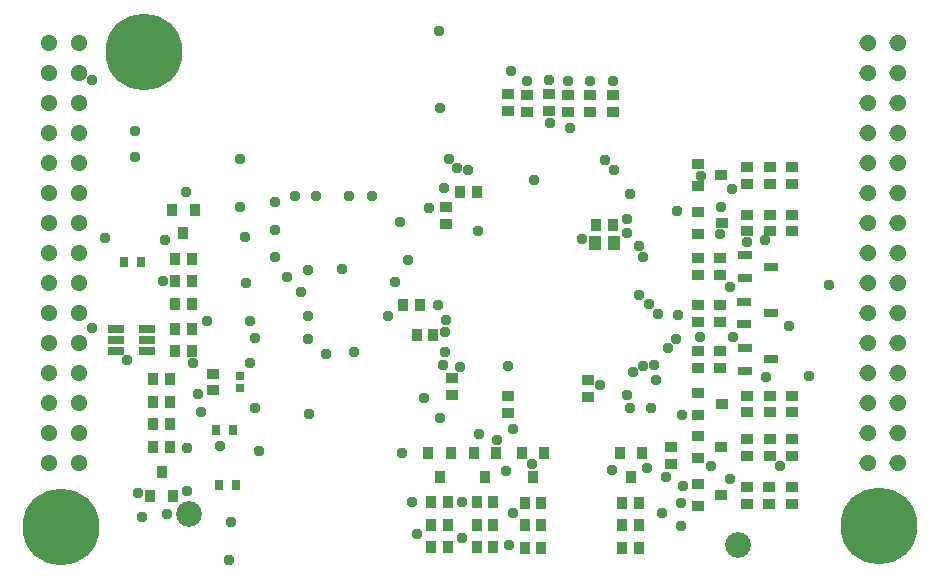
<source format=gbs>
G04*
G04 #@! TF.GenerationSoftware,Altium Limited,Altium Designer,22.10.1 (41)*
G04*
G04 Layer_Color=16711935*
%FSLAX23Y23*%
%MOIN*%
G70*
G04*
G04 #@! TF.SameCoordinates,FE0D4549-5355-498F-96F3-0299564D4BAC*
G04*
G04*
G04 #@! TF.FilePolarity,Negative*
G04*
G01*
G75*
%ADD40R,0.041X0.045*%
%ADD41R,0.041X0.037*%
%ADD42R,0.041X0.037*%
%ADD43R,0.037X0.041*%
%ADD44R,0.037X0.041*%
%ADD50C,0.256*%
%ADD51C,0.086*%
%ADD52C,0.037*%
%ADD60R,0.026X0.035*%
%ADD64R,0.041X0.034*%
%ADD65R,0.051X0.030*%
%ADD66R,0.026X0.030*%
%ADD67R,0.054X0.030*%
G36*
X743Y4874D02*
X750Y4871D01*
X756Y4867D01*
X760Y4861D01*
X763Y4854D01*
X764Y4847D01*
X763Y4840D01*
X760Y4833D01*
X756Y4827D01*
X750Y4823D01*
X743Y4820D01*
X736Y4819D01*
X729Y4820D01*
X722Y4823D01*
X716Y4827D01*
X712Y4833D01*
X709Y4840D01*
X708Y4847D01*
X709Y4854D01*
X712Y4861D01*
X716Y4867D01*
X722Y4871D01*
X729Y4874D01*
X736Y4875D01*
X743Y4874D01*
D02*
G37*
G36*
X643D02*
X650Y4871D01*
X656Y4867D01*
X660Y4861D01*
X663Y4854D01*
X664Y4847D01*
X663Y4840D01*
X660Y4833D01*
X656Y4827D01*
X650Y4823D01*
X643Y4820D01*
X636Y4819D01*
X629Y4820D01*
X622Y4823D01*
X616Y4827D01*
X612Y4833D01*
X609Y4840D01*
X608Y4847D01*
X609Y4854D01*
X612Y4861D01*
X616Y4867D01*
X622Y4871D01*
X629Y4874D01*
X636Y4875D01*
X643Y4874D01*
D02*
G37*
G36*
X743Y4774D02*
X750Y4771D01*
X756Y4767D01*
X760Y4761D01*
X763Y4754D01*
X764Y4747D01*
X763Y4740D01*
X760Y4733D01*
X756Y4727D01*
X750Y4723D01*
X743Y4720D01*
X736Y4719D01*
X729Y4720D01*
X722Y4723D01*
X716Y4727D01*
X712Y4733D01*
X709Y4740D01*
X708Y4747D01*
X709Y4754D01*
X712Y4761D01*
X716Y4767D01*
X722Y4771D01*
X729Y4774D01*
X736Y4775D01*
X743Y4774D01*
D02*
G37*
G36*
X643D02*
X650Y4771D01*
X656Y4767D01*
X660Y4761D01*
X663Y4754D01*
X664Y4747D01*
X663Y4740D01*
X660Y4733D01*
X656Y4727D01*
X650Y4723D01*
X643Y4720D01*
X636Y4719D01*
X629Y4720D01*
X622Y4723D01*
X616Y4727D01*
X612Y4733D01*
X609Y4740D01*
X608Y4747D01*
X609Y4754D01*
X612Y4761D01*
X616Y4767D01*
X622Y4771D01*
X629Y4774D01*
X636Y4775D01*
X643Y4774D01*
D02*
G37*
G36*
X743Y4674D02*
X750Y4671D01*
X756Y4667D01*
X760Y4661D01*
X763Y4654D01*
X764Y4647D01*
X763Y4640D01*
X760Y4633D01*
X756Y4627D01*
X750Y4623D01*
X743Y4620D01*
X736Y4619D01*
X729Y4620D01*
X722Y4623D01*
X716Y4627D01*
X712Y4633D01*
X709Y4640D01*
X708Y4647D01*
X709Y4654D01*
X712Y4661D01*
X716Y4667D01*
X722Y4671D01*
X729Y4674D01*
X736Y4675D01*
X743Y4674D01*
D02*
G37*
G36*
X643D02*
X650Y4671D01*
X656Y4667D01*
X660Y4661D01*
X663Y4654D01*
X664Y4647D01*
X663Y4640D01*
X660Y4633D01*
X656Y4627D01*
X650Y4623D01*
X643Y4620D01*
X636Y4619D01*
X629Y4620D01*
X622Y4623D01*
X616Y4627D01*
X612Y4633D01*
X609Y4640D01*
X608Y4647D01*
X609Y4654D01*
X612Y4661D01*
X616Y4667D01*
X622Y4671D01*
X629Y4674D01*
X636Y4675D01*
X643Y4674D01*
D02*
G37*
G36*
X743Y4574D02*
X750Y4571D01*
X756Y4567D01*
X760Y4561D01*
X763Y4554D01*
X764Y4547D01*
X763Y4540D01*
X760Y4533D01*
X756Y4527D01*
X750Y4523D01*
X743Y4520D01*
X736Y4519D01*
X729Y4520D01*
X722Y4523D01*
X716Y4527D01*
X712Y4533D01*
X709Y4540D01*
X708Y4547D01*
X709Y4554D01*
X712Y4561D01*
X716Y4567D01*
X722Y4571D01*
X729Y4574D01*
X736Y4575D01*
X743Y4574D01*
D02*
G37*
G36*
X643D02*
X650Y4571D01*
X656Y4567D01*
X660Y4561D01*
X663Y4554D01*
X664Y4547D01*
X663Y4540D01*
X660Y4533D01*
X656Y4527D01*
X650Y4523D01*
X643Y4520D01*
X636Y4519D01*
X629Y4520D01*
X622Y4523D01*
X616Y4527D01*
X612Y4533D01*
X609Y4540D01*
X608Y4547D01*
X609Y4554D01*
X612Y4561D01*
X616Y4567D01*
X622Y4571D01*
X629Y4574D01*
X636Y4575D01*
X643Y4574D01*
D02*
G37*
G36*
X743Y4474D02*
X750Y4471D01*
X756Y4467D01*
X760Y4461D01*
X763Y4454D01*
X764Y4447D01*
X763Y4440D01*
X760Y4433D01*
X756Y4427D01*
X750Y4423D01*
X743Y4420D01*
X736Y4419D01*
X729Y4420D01*
X722Y4423D01*
X716Y4427D01*
X712Y4433D01*
X709Y4440D01*
X708Y4447D01*
X709Y4454D01*
X712Y4461D01*
X716Y4467D01*
X722Y4471D01*
X729Y4474D01*
X736Y4475D01*
X743Y4474D01*
D02*
G37*
G36*
X643D02*
X650Y4471D01*
X656Y4467D01*
X660Y4461D01*
X663Y4454D01*
X664Y4447D01*
X663Y4440D01*
X660Y4433D01*
X656Y4427D01*
X650Y4423D01*
X643Y4420D01*
X636Y4419D01*
X629Y4420D01*
X622Y4423D01*
X616Y4427D01*
X612Y4433D01*
X609Y4440D01*
X608Y4447D01*
X609Y4454D01*
X612Y4461D01*
X616Y4467D01*
X622Y4471D01*
X629Y4474D01*
X636Y4475D01*
X643Y4474D01*
D02*
G37*
G36*
X743Y4374D02*
X750Y4371D01*
X756Y4367D01*
X760Y4361D01*
X763Y4354D01*
X764Y4347D01*
X763Y4340D01*
X760Y4333D01*
X756Y4327D01*
X750Y4323D01*
X743Y4320D01*
X736Y4319D01*
X729Y4320D01*
X722Y4323D01*
X716Y4327D01*
X712Y4333D01*
X709Y4340D01*
X708Y4347D01*
X709Y4354D01*
X712Y4361D01*
X716Y4367D01*
X722Y4371D01*
X729Y4374D01*
X736Y4375D01*
X743Y4374D01*
D02*
G37*
G36*
X643D02*
X650Y4371D01*
X656Y4367D01*
X660Y4361D01*
X663Y4354D01*
X664Y4347D01*
X663Y4340D01*
X660Y4333D01*
X656Y4327D01*
X650Y4323D01*
X643Y4320D01*
X636Y4319D01*
X629Y4320D01*
X622Y4323D01*
X616Y4327D01*
X612Y4333D01*
X609Y4340D01*
X608Y4347D01*
X609Y4354D01*
X612Y4361D01*
X616Y4367D01*
X622Y4371D01*
X629Y4374D01*
X636Y4375D01*
X643Y4374D01*
D02*
G37*
G36*
X743Y4274D02*
X750Y4271D01*
X756Y4267D01*
X760Y4261D01*
X763Y4254D01*
X764Y4247D01*
X763Y4240D01*
X760Y4233D01*
X756Y4227D01*
X750Y4223D01*
X743Y4220D01*
X736Y4219D01*
X729Y4220D01*
X722Y4223D01*
X716Y4227D01*
X712Y4233D01*
X709Y4240D01*
X708Y4247D01*
X709Y4254D01*
X712Y4261D01*
X716Y4267D01*
X722Y4271D01*
X729Y4274D01*
X736Y4275D01*
X743Y4274D01*
D02*
G37*
G36*
X643D02*
X650Y4271D01*
X656Y4267D01*
X660Y4261D01*
X663Y4254D01*
X664Y4247D01*
X663Y4240D01*
X660Y4233D01*
X656Y4227D01*
X650Y4223D01*
X643Y4220D01*
X636Y4219D01*
X629Y4220D01*
X622Y4223D01*
X616Y4227D01*
X612Y4233D01*
X609Y4240D01*
X608Y4247D01*
X609Y4254D01*
X612Y4261D01*
X616Y4267D01*
X622Y4271D01*
X629Y4274D01*
X636Y4275D01*
X643Y4274D01*
D02*
G37*
G36*
X743Y4174D02*
X750Y4171D01*
X756Y4167D01*
X760Y4161D01*
X763Y4154D01*
X764Y4147D01*
X763Y4140D01*
X760Y4133D01*
X756Y4127D01*
X750Y4123D01*
X743Y4120D01*
X736Y4119D01*
X729Y4120D01*
X722Y4123D01*
X716Y4127D01*
X712Y4133D01*
X709Y4140D01*
X708Y4147D01*
X709Y4154D01*
X712Y4161D01*
X716Y4167D01*
X722Y4171D01*
X729Y4174D01*
X736Y4175D01*
X743Y4174D01*
D02*
G37*
G36*
X643D02*
X650Y4171D01*
X656Y4167D01*
X660Y4161D01*
X663Y4154D01*
X664Y4147D01*
X663Y4140D01*
X660Y4133D01*
X656Y4127D01*
X650Y4123D01*
X643Y4120D01*
X636Y4119D01*
X629Y4120D01*
X622Y4123D01*
X616Y4127D01*
X612Y4133D01*
X609Y4140D01*
X608Y4147D01*
X609Y4154D01*
X612Y4161D01*
X616Y4167D01*
X622Y4171D01*
X629Y4174D01*
X636Y4175D01*
X643Y4174D01*
D02*
G37*
G36*
X743Y4074D02*
X750Y4071D01*
X756Y4067D01*
X760Y4061D01*
X763Y4054D01*
X764Y4047D01*
X763Y4040D01*
X760Y4033D01*
X756Y4027D01*
X750Y4023D01*
X743Y4020D01*
X736Y4019D01*
X729Y4020D01*
X722Y4023D01*
X716Y4027D01*
X712Y4033D01*
X709Y4040D01*
X708Y4047D01*
X709Y4054D01*
X712Y4061D01*
X716Y4067D01*
X722Y4071D01*
X729Y4074D01*
X736Y4075D01*
X743Y4074D01*
D02*
G37*
G36*
X643D02*
X650Y4071D01*
X656Y4067D01*
X660Y4061D01*
X663Y4054D01*
X664Y4047D01*
X663Y4040D01*
X660Y4033D01*
X656Y4027D01*
X650Y4023D01*
X643Y4020D01*
X636Y4019D01*
X629Y4020D01*
X622Y4023D01*
X616Y4027D01*
X612Y4033D01*
X609Y4040D01*
X608Y4047D01*
X609Y4054D01*
X612Y4061D01*
X616Y4067D01*
X622Y4071D01*
X629Y4074D01*
X636Y4075D01*
X643Y4074D01*
D02*
G37*
G36*
X743Y3974D02*
X750Y3971D01*
X756Y3967D01*
X760Y3961D01*
X763Y3954D01*
X764Y3947D01*
X763Y3940D01*
X760Y3933D01*
X756Y3927D01*
X750Y3923D01*
X743Y3920D01*
X736Y3919D01*
X729Y3920D01*
X722Y3923D01*
X716Y3927D01*
X712Y3933D01*
X709Y3940D01*
X708Y3947D01*
X709Y3954D01*
X712Y3961D01*
X716Y3967D01*
X722Y3971D01*
X729Y3974D01*
X736Y3975D01*
X743Y3974D01*
D02*
G37*
G36*
X643D02*
X650Y3971D01*
X656Y3967D01*
X660Y3961D01*
X663Y3954D01*
X664Y3947D01*
X663Y3940D01*
X660Y3933D01*
X656Y3927D01*
X650Y3923D01*
X643Y3920D01*
X636Y3919D01*
X629Y3920D01*
X622Y3923D01*
X616Y3927D01*
X612Y3933D01*
X609Y3940D01*
X608Y3947D01*
X609Y3954D01*
X612Y3961D01*
X616Y3967D01*
X622Y3971D01*
X629Y3974D01*
X636Y3975D01*
X643Y3974D01*
D02*
G37*
G36*
X743Y3874D02*
X750Y3871D01*
X756Y3867D01*
X760Y3861D01*
X763Y3854D01*
X764Y3847D01*
X763Y3840D01*
X760Y3833D01*
X756Y3827D01*
X750Y3823D01*
X743Y3820D01*
X736Y3819D01*
X729Y3820D01*
X722Y3823D01*
X716Y3827D01*
X712Y3833D01*
X709Y3840D01*
X708Y3847D01*
X709Y3854D01*
X712Y3861D01*
X716Y3867D01*
X722Y3871D01*
X729Y3874D01*
X736Y3875D01*
X743Y3874D01*
D02*
G37*
G36*
X643D02*
X650Y3871D01*
X656Y3867D01*
X660Y3861D01*
X663Y3854D01*
X664Y3847D01*
X663Y3840D01*
X660Y3833D01*
X656Y3827D01*
X650Y3823D01*
X643Y3820D01*
X636Y3819D01*
X629Y3820D01*
X622Y3823D01*
X616Y3827D01*
X612Y3833D01*
X609Y3840D01*
X608Y3847D01*
X609Y3854D01*
X612Y3861D01*
X616Y3867D01*
X622Y3871D01*
X629Y3874D01*
X636Y3875D01*
X643Y3874D01*
D02*
G37*
G36*
X743Y3774D02*
X750Y3771D01*
X756Y3767D01*
X760Y3761D01*
X763Y3754D01*
X764Y3747D01*
X763Y3740D01*
X760Y3733D01*
X756Y3727D01*
X750Y3723D01*
X743Y3720D01*
X736Y3719D01*
X729Y3720D01*
X722Y3723D01*
X716Y3727D01*
X712Y3733D01*
X709Y3740D01*
X708Y3747D01*
X709Y3754D01*
X712Y3761D01*
X716Y3767D01*
X722Y3771D01*
X729Y3774D01*
X736Y3775D01*
X743Y3774D01*
D02*
G37*
G36*
X643D02*
X650Y3771D01*
X656Y3767D01*
X660Y3761D01*
X663Y3754D01*
X664Y3747D01*
X663Y3740D01*
X660Y3733D01*
X656Y3727D01*
X650Y3723D01*
X643Y3720D01*
X636Y3719D01*
X629Y3720D01*
X622Y3723D01*
X616Y3727D01*
X612Y3733D01*
X609Y3740D01*
X608Y3747D01*
X609Y3754D01*
X612Y3761D01*
X616Y3767D01*
X622Y3771D01*
X629Y3774D01*
X636Y3775D01*
X643Y3774D01*
D02*
G37*
G36*
X743Y3674D02*
X750Y3671D01*
X756Y3667D01*
X760Y3661D01*
X763Y3654D01*
X764Y3647D01*
X763Y3640D01*
X760Y3633D01*
X756Y3627D01*
X750Y3623D01*
X743Y3620D01*
X736Y3619D01*
X729Y3620D01*
X722Y3623D01*
X716Y3627D01*
X712Y3633D01*
X709Y3640D01*
X708Y3647D01*
X709Y3654D01*
X712Y3661D01*
X716Y3667D01*
X722Y3671D01*
X729Y3674D01*
X736Y3675D01*
X743Y3674D01*
D02*
G37*
G36*
X643D02*
X650Y3671D01*
X656Y3667D01*
X660Y3661D01*
X663Y3654D01*
X664Y3647D01*
X663Y3640D01*
X660Y3633D01*
X656Y3627D01*
X650Y3623D01*
X643Y3620D01*
X636Y3619D01*
X629Y3620D01*
X622Y3623D01*
X616Y3627D01*
X612Y3633D01*
X609Y3640D01*
X608Y3647D01*
X609Y3654D01*
X612Y3661D01*
X616Y3667D01*
X622Y3671D01*
X629Y3674D01*
X636Y3675D01*
X643Y3674D01*
D02*
G37*
G36*
X743Y3574D02*
X750Y3571D01*
X756Y3567D01*
X760Y3561D01*
X763Y3554D01*
X764Y3547D01*
X763Y3540D01*
X760Y3533D01*
X756Y3527D01*
X750Y3523D01*
X743Y3520D01*
X736Y3519D01*
X729Y3520D01*
X722Y3523D01*
X716Y3527D01*
X712Y3533D01*
X709Y3540D01*
X708Y3547D01*
X709Y3554D01*
X712Y3561D01*
X716Y3567D01*
X722Y3571D01*
X729Y3574D01*
X736Y3575D01*
X743Y3574D01*
D02*
G37*
G36*
X643D02*
X650Y3571D01*
X656Y3567D01*
X660Y3561D01*
X663Y3554D01*
X664Y3547D01*
X663Y3540D01*
X660Y3533D01*
X656Y3527D01*
X650Y3523D01*
X643Y3520D01*
X636Y3519D01*
X629Y3520D01*
X622Y3523D01*
X616Y3527D01*
X612Y3533D01*
X609Y3540D01*
X608Y3547D01*
X609Y3554D01*
X612Y3561D01*
X616Y3567D01*
X622Y3571D01*
X629Y3574D01*
X636Y3575D01*
X643Y3574D01*
D02*
G37*
G36*
X743Y3474D02*
X750Y3471D01*
X756Y3467D01*
X760Y3461D01*
X763Y3454D01*
X764Y3447D01*
X763Y3440D01*
X760Y3433D01*
X756Y3427D01*
X750Y3423D01*
X743Y3420D01*
X736Y3419D01*
X729Y3420D01*
X722Y3423D01*
X716Y3427D01*
X712Y3433D01*
X709Y3440D01*
X708Y3447D01*
X709Y3454D01*
X712Y3461D01*
X716Y3467D01*
X722Y3471D01*
X729Y3474D01*
X736Y3475D01*
X743Y3474D01*
D02*
G37*
G36*
X643D02*
X650Y3471D01*
X656Y3467D01*
X660Y3461D01*
X663Y3454D01*
X664Y3447D01*
X663Y3440D01*
X660Y3433D01*
X656Y3427D01*
X650Y3423D01*
X643Y3420D01*
X636Y3419D01*
X629Y3420D01*
X622Y3423D01*
X616Y3427D01*
X612Y3433D01*
X609Y3440D01*
X608Y3447D01*
X609Y3454D01*
X612Y3461D01*
X616Y3467D01*
X622Y3471D01*
X629Y3474D01*
X636Y3475D01*
X643Y3474D01*
D02*
G37*
G36*
X3472Y4874D02*
X3479Y4871D01*
X3485Y4867D01*
X3489Y4861D01*
X3492Y4854D01*
X3493Y4847D01*
X3492Y4840D01*
X3489Y4833D01*
X3485Y4827D01*
X3479Y4823D01*
X3472Y4820D01*
X3465Y4819D01*
X3458Y4820D01*
X3451Y4823D01*
X3445Y4827D01*
X3441Y4833D01*
X3438Y4840D01*
X3437Y4847D01*
X3438Y4854D01*
X3441Y4861D01*
X3445Y4867D01*
X3451Y4871D01*
X3458Y4874D01*
X3465Y4875D01*
X3472Y4874D01*
D02*
G37*
G36*
X3372D02*
X3379Y4871D01*
X3385Y4867D01*
X3389Y4861D01*
X3392Y4854D01*
X3393Y4847D01*
X3392Y4840D01*
X3389Y4833D01*
X3385Y4827D01*
X3379Y4823D01*
X3372Y4820D01*
X3365Y4819D01*
X3358Y4820D01*
X3351Y4823D01*
X3345Y4827D01*
X3341Y4833D01*
X3338Y4840D01*
X3337Y4847D01*
X3338Y4854D01*
X3341Y4861D01*
X3345Y4867D01*
X3351Y4871D01*
X3358Y4874D01*
X3365Y4875D01*
X3372Y4874D01*
D02*
G37*
G36*
X3472Y4774D02*
X3479Y4771D01*
X3485Y4767D01*
X3489Y4761D01*
X3492Y4754D01*
X3493Y4747D01*
X3492Y4740D01*
X3489Y4733D01*
X3485Y4727D01*
X3479Y4723D01*
X3472Y4720D01*
X3465Y4719D01*
X3458Y4720D01*
X3451Y4723D01*
X3445Y4727D01*
X3441Y4733D01*
X3438Y4740D01*
X3437Y4747D01*
X3438Y4754D01*
X3441Y4761D01*
X3445Y4767D01*
X3451Y4771D01*
X3458Y4774D01*
X3465Y4775D01*
X3472Y4774D01*
D02*
G37*
G36*
X3372D02*
X3379Y4771D01*
X3385Y4767D01*
X3389Y4761D01*
X3392Y4754D01*
X3393Y4747D01*
X3392Y4740D01*
X3389Y4733D01*
X3385Y4727D01*
X3379Y4723D01*
X3372Y4720D01*
X3365Y4719D01*
X3358Y4720D01*
X3351Y4723D01*
X3345Y4727D01*
X3341Y4733D01*
X3338Y4740D01*
X3337Y4747D01*
X3338Y4754D01*
X3341Y4761D01*
X3345Y4767D01*
X3351Y4771D01*
X3358Y4774D01*
X3365Y4775D01*
X3372Y4774D01*
D02*
G37*
G36*
X3472Y4674D02*
X3479Y4671D01*
X3485Y4667D01*
X3489Y4661D01*
X3492Y4654D01*
X3493Y4647D01*
X3492Y4640D01*
X3489Y4633D01*
X3485Y4627D01*
X3479Y4623D01*
X3472Y4620D01*
X3465Y4619D01*
X3458Y4620D01*
X3451Y4623D01*
X3445Y4627D01*
X3441Y4633D01*
X3438Y4640D01*
X3437Y4647D01*
X3438Y4654D01*
X3441Y4661D01*
X3445Y4667D01*
X3451Y4671D01*
X3458Y4674D01*
X3465Y4675D01*
X3472Y4674D01*
D02*
G37*
G36*
X3372D02*
X3379Y4671D01*
X3385Y4667D01*
X3389Y4661D01*
X3392Y4654D01*
X3393Y4647D01*
X3392Y4640D01*
X3389Y4633D01*
X3385Y4627D01*
X3379Y4623D01*
X3372Y4620D01*
X3365Y4619D01*
X3358Y4620D01*
X3351Y4623D01*
X3345Y4627D01*
X3341Y4633D01*
X3338Y4640D01*
X3337Y4647D01*
X3338Y4654D01*
X3341Y4661D01*
X3345Y4667D01*
X3351Y4671D01*
X3358Y4674D01*
X3365Y4675D01*
X3372Y4674D01*
D02*
G37*
G36*
X3472Y4574D02*
X3479Y4571D01*
X3485Y4567D01*
X3489Y4561D01*
X3492Y4554D01*
X3493Y4547D01*
X3492Y4540D01*
X3489Y4533D01*
X3485Y4527D01*
X3479Y4523D01*
X3472Y4520D01*
X3465Y4519D01*
X3458Y4520D01*
X3451Y4523D01*
X3445Y4527D01*
X3441Y4533D01*
X3438Y4540D01*
X3437Y4547D01*
X3438Y4554D01*
X3441Y4561D01*
X3445Y4567D01*
X3451Y4571D01*
X3458Y4574D01*
X3465Y4575D01*
X3472Y4574D01*
D02*
G37*
G36*
X3372D02*
X3379Y4571D01*
X3385Y4567D01*
X3389Y4561D01*
X3392Y4554D01*
X3393Y4547D01*
X3392Y4540D01*
X3389Y4533D01*
X3385Y4527D01*
X3379Y4523D01*
X3372Y4520D01*
X3365Y4519D01*
X3358Y4520D01*
X3351Y4523D01*
X3345Y4527D01*
X3341Y4533D01*
X3338Y4540D01*
X3337Y4547D01*
X3338Y4554D01*
X3341Y4561D01*
X3345Y4567D01*
X3351Y4571D01*
X3358Y4574D01*
X3365Y4575D01*
X3372Y4574D01*
D02*
G37*
G36*
X3472Y4474D02*
X3479Y4471D01*
X3485Y4467D01*
X3489Y4461D01*
X3492Y4454D01*
X3493Y4447D01*
X3492Y4440D01*
X3489Y4433D01*
X3485Y4427D01*
X3479Y4423D01*
X3472Y4420D01*
X3465Y4419D01*
X3458Y4420D01*
X3451Y4423D01*
X3445Y4427D01*
X3441Y4433D01*
X3438Y4440D01*
X3437Y4447D01*
X3438Y4454D01*
X3441Y4461D01*
X3445Y4467D01*
X3451Y4471D01*
X3458Y4474D01*
X3465Y4475D01*
X3472Y4474D01*
D02*
G37*
G36*
X3372D02*
X3379Y4471D01*
X3385Y4467D01*
X3389Y4461D01*
X3392Y4454D01*
X3393Y4447D01*
X3392Y4440D01*
X3389Y4433D01*
X3385Y4427D01*
X3379Y4423D01*
X3372Y4420D01*
X3365Y4419D01*
X3358Y4420D01*
X3351Y4423D01*
X3345Y4427D01*
X3341Y4433D01*
X3338Y4440D01*
X3337Y4447D01*
X3338Y4454D01*
X3341Y4461D01*
X3345Y4467D01*
X3351Y4471D01*
X3358Y4474D01*
X3365Y4475D01*
X3372Y4474D01*
D02*
G37*
G36*
X3472Y4374D02*
X3479Y4371D01*
X3485Y4367D01*
X3489Y4361D01*
X3492Y4354D01*
X3493Y4347D01*
X3492Y4340D01*
X3489Y4333D01*
X3485Y4327D01*
X3479Y4323D01*
X3472Y4320D01*
X3465Y4319D01*
X3458Y4320D01*
X3451Y4323D01*
X3445Y4327D01*
X3441Y4333D01*
X3438Y4340D01*
X3437Y4347D01*
X3438Y4354D01*
X3441Y4361D01*
X3445Y4367D01*
X3451Y4371D01*
X3458Y4374D01*
X3465Y4375D01*
X3472Y4374D01*
D02*
G37*
G36*
X3372D02*
X3379Y4371D01*
X3385Y4367D01*
X3389Y4361D01*
X3392Y4354D01*
X3393Y4347D01*
X3392Y4340D01*
X3389Y4333D01*
X3385Y4327D01*
X3379Y4323D01*
X3372Y4320D01*
X3365Y4319D01*
X3358Y4320D01*
X3351Y4323D01*
X3345Y4327D01*
X3341Y4333D01*
X3338Y4340D01*
X3337Y4347D01*
X3338Y4354D01*
X3341Y4361D01*
X3345Y4367D01*
X3351Y4371D01*
X3358Y4374D01*
X3365Y4375D01*
X3372Y4374D01*
D02*
G37*
G36*
X3472Y4274D02*
X3479Y4271D01*
X3485Y4267D01*
X3489Y4261D01*
X3492Y4254D01*
X3493Y4247D01*
X3492Y4240D01*
X3489Y4233D01*
X3485Y4227D01*
X3479Y4223D01*
X3472Y4220D01*
X3465Y4219D01*
X3458Y4220D01*
X3451Y4223D01*
X3445Y4227D01*
X3441Y4233D01*
X3438Y4240D01*
X3437Y4247D01*
X3438Y4254D01*
X3441Y4261D01*
X3445Y4267D01*
X3451Y4271D01*
X3458Y4274D01*
X3465Y4275D01*
X3472Y4274D01*
D02*
G37*
G36*
X3372D02*
X3379Y4271D01*
X3385Y4267D01*
X3389Y4261D01*
X3392Y4254D01*
X3393Y4247D01*
X3392Y4240D01*
X3389Y4233D01*
X3385Y4227D01*
X3379Y4223D01*
X3372Y4220D01*
X3365Y4219D01*
X3358Y4220D01*
X3351Y4223D01*
X3345Y4227D01*
X3341Y4233D01*
X3338Y4240D01*
X3337Y4247D01*
X3338Y4254D01*
X3341Y4261D01*
X3345Y4267D01*
X3351Y4271D01*
X3358Y4274D01*
X3365Y4275D01*
X3372Y4274D01*
D02*
G37*
G36*
X3472Y4174D02*
X3479Y4171D01*
X3485Y4167D01*
X3489Y4161D01*
X3492Y4154D01*
X3493Y4147D01*
X3492Y4140D01*
X3489Y4133D01*
X3485Y4127D01*
X3479Y4123D01*
X3472Y4120D01*
X3465Y4119D01*
X3458Y4120D01*
X3451Y4123D01*
X3445Y4127D01*
X3441Y4133D01*
X3438Y4140D01*
X3437Y4147D01*
X3438Y4154D01*
X3441Y4161D01*
X3445Y4167D01*
X3451Y4171D01*
X3458Y4174D01*
X3465Y4175D01*
X3472Y4174D01*
D02*
G37*
G36*
X3372D02*
X3379Y4171D01*
X3385Y4167D01*
X3389Y4161D01*
X3392Y4154D01*
X3393Y4147D01*
X3392Y4140D01*
X3389Y4133D01*
X3385Y4127D01*
X3379Y4123D01*
X3372Y4120D01*
X3365Y4119D01*
X3358Y4120D01*
X3351Y4123D01*
X3345Y4127D01*
X3341Y4133D01*
X3338Y4140D01*
X3337Y4147D01*
X3338Y4154D01*
X3341Y4161D01*
X3345Y4167D01*
X3351Y4171D01*
X3358Y4174D01*
X3365Y4175D01*
X3372Y4174D01*
D02*
G37*
G36*
X3472Y4074D02*
X3479Y4071D01*
X3485Y4067D01*
X3489Y4061D01*
X3492Y4054D01*
X3493Y4047D01*
X3492Y4040D01*
X3489Y4033D01*
X3485Y4027D01*
X3479Y4023D01*
X3472Y4020D01*
X3465Y4019D01*
X3458Y4020D01*
X3451Y4023D01*
X3445Y4027D01*
X3441Y4033D01*
X3438Y4040D01*
X3437Y4047D01*
X3438Y4054D01*
X3441Y4061D01*
X3445Y4067D01*
X3451Y4071D01*
X3458Y4074D01*
X3465Y4075D01*
X3472Y4074D01*
D02*
G37*
G36*
X3372D02*
X3379Y4071D01*
X3385Y4067D01*
X3389Y4061D01*
X3392Y4054D01*
X3393Y4047D01*
X3392Y4040D01*
X3389Y4033D01*
X3385Y4027D01*
X3379Y4023D01*
X3372Y4020D01*
X3365Y4019D01*
X3358Y4020D01*
X3351Y4023D01*
X3345Y4027D01*
X3341Y4033D01*
X3338Y4040D01*
X3337Y4047D01*
X3338Y4054D01*
X3341Y4061D01*
X3345Y4067D01*
X3351Y4071D01*
X3358Y4074D01*
X3365Y4075D01*
X3372Y4074D01*
D02*
G37*
G36*
X3472Y3974D02*
X3479Y3971D01*
X3485Y3967D01*
X3489Y3961D01*
X3492Y3954D01*
X3493Y3947D01*
X3492Y3940D01*
X3489Y3933D01*
X3485Y3927D01*
X3479Y3923D01*
X3472Y3920D01*
X3465Y3919D01*
X3458Y3920D01*
X3451Y3923D01*
X3445Y3927D01*
X3441Y3933D01*
X3438Y3940D01*
X3437Y3947D01*
X3438Y3954D01*
X3441Y3961D01*
X3445Y3967D01*
X3451Y3971D01*
X3458Y3974D01*
X3465Y3975D01*
X3472Y3974D01*
D02*
G37*
G36*
X3372D02*
X3379Y3971D01*
X3385Y3967D01*
X3389Y3961D01*
X3392Y3954D01*
X3393Y3947D01*
X3392Y3940D01*
X3389Y3933D01*
X3385Y3927D01*
X3379Y3923D01*
X3372Y3920D01*
X3365Y3919D01*
X3358Y3920D01*
X3351Y3923D01*
X3345Y3927D01*
X3341Y3933D01*
X3338Y3940D01*
X3337Y3947D01*
X3338Y3954D01*
X3341Y3961D01*
X3345Y3967D01*
X3351Y3971D01*
X3358Y3974D01*
X3365Y3975D01*
X3372Y3974D01*
D02*
G37*
G36*
X3472Y3874D02*
X3479Y3871D01*
X3485Y3867D01*
X3489Y3861D01*
X3492Y3854D01*
X3493Y3847D01*
X3492Y3840D01*
X3489Y3833D01*
X3485Y3827D01*
X3479Y3823D01*
X3472Y3820D01*
X3465Y3819D01*
X3458Y3820D01*
X3451Y3823D01*
X3445Y3827D01*
X3441Y3833D01*
X3438Y3840D01*
X3437Y3847D01*
X3438Y3854D01*
X3441Y3861D01*
X3445Y3867D01*
X3451Y3871D01*
X3458Y3874D01*
X3465Y3875D01*
X3472Y3874D01*
D02*
G37*
G36*
X3372D02*
X3379Y3871D01*
X3385Y3867D01*
X3389Y3861D01*
X3392Y3854D01*
X3393Y3847D01*
X3392Y3840D01*
X3389Y3833D01*
X3385Y3827D01*
X3379Y3823D01*
X3372Y3820D01*
X3365Y3819D01*
X3358Y3820D01*
X3351Y3823D01*
X3345Y3827D01*
X3341Y3833D01*
X3338Y3840D01*
X3337Y3847D01*
X3338Y3854D01*
X3341Y3861D01*
X3345Y3867D01*
X3351Y3871D01*
X3358Y3874D01*
X3365Y3875D01*
X3372Y3874D01*
D02*
G37*
G36*
X3472Y3774D02*
X3479Y3771D01*
X3485Y3767D01*
X3489Y3761D01*
X3492Y3754D01*
X3493Y3747D01*
X3492Y3740D01*
X3489Y3733D01*
X3485Y3727D01*
X3479Y3723D01*
X3472Y3720D01*
X3465Y3719D01*
X3458Y3720D01*
X3451Y3723D01*
X3445Y3727D01*
X3441Y3733D01*
X3438Y3740D01*
X3437Y3747D01*
X3438Y3754D01*
X3441Y3761D01*
X3445Y3767D01*
X3451Y3771D01*
X3458Y3774D01*
X3465Y3775D01*
X3472Y3774D01*
D02*
G37*
G36*
X3372D02*
X3379Y3771D01*
X3385Y3767D01*
X3389Y3761D01*
X3392Y3754D01*
X3393Y3747D01*
X3392Y3740D01*
X3389Y3733D01*
X3385Y3727D01*
X3379Y3723D01*
X3372Y3720D01*
X3365Y3719D01*
X3358Y3720D01*
X3351Y3723D01*
X3345Y3727D01*
X3341Y3733D01*
X3338Y3740D01*
X3337Y3747D01*
X3338Y3754D01*
X3341Y3761D01*
X3345Y3767D01*
X3351Y3771D01*
X3358Y3774D01*
X3365Y3775D01*
X3372Y3774D01*
D02*
G37*
G36*
X3472Y3674D02*
X3479Y3671D01*
X3485Y3667D01*
X3489Y3661D01*
X3492Y3654D01*
X3493Y3647D01*
X3492Y3640D01*
X3489Y3633D01*
X3485Y3627D01*
X3479Y3623D01*
X3472Y3620D01*
X3465Y3619D01*
X3458Y3620D01*
X3451Y3623D01*
X3445Y3627D01*
X3441Y3633D01*
X3438Y3640D01*
X3437Y3647D01*
X3438Y3654D01*
X3441Y3661D01*
X3445Y3667D01*
X3451Y3671D01*
X3458Y3674D01*
X3465Y3675D01*
X3472Y3674D01*
D02*
G37*
G36*
X3372D02*
X3379Y3671D01*
X3385Y3667D01*
X3389Y3661D01*
X3392Y3654D01*
X3393Y3647D01*
X3392Y3640D01*
X3389Y3633D01*
X3385Y3627D01*
X3379Y3623D01*
X3372Y3620D01*
X3365Y3619D01*
X3358Y3620D01*
X3351Y3623D01*
X3345Y3627D01*
X3341Y3633D01*
X3338Y3640D01*
X3337Y3647D01*
X3338Y3654D01*
X3341Y3661D01*
X3345Y3667D01*
X3351Y3671D01*
X3358Y3674D01*
X3365Y3675D01*
X3372Y3674D01*
D02*
G37*
G36*
X3472Y3574D02*
X3479Y3571D01*
X3485Y3567D01*
X3489Y3561D01*
X3492Y3554D01*
X3493Y3547D01*
X3492Y3540D01*
X3489Y3533D01*
X3485Y3527D01*
X3479Y3523D01*
X3472Y3520D01*
X3465Y3519D01*
X3458Y3520D01*
X3451Y3523D01*
X3445Y3527D01*
X3441Y3533D01*
X3438Y3540D01*
X3437Y3547D01*
X3438Y3554D01*
X3441Y3561D01*
X3445Y3567D01*
X3451Y3571D01*
X3458Y3574D01*
X3465Y3575D01*
X3472Y3574D01*
D02*
G37*
G36*
X3372D02*
X3379Y3571D01*
X3385Y3567D01*
X3389Y3561D01*
X3392Y3554D01*
X3393Y3547D01*
X3392Y3540D01*
X3389Y3533D01*
X3385Y3527D01*
X3379Y3523D01*
X3372Y3520D01*
X3365Y3519D01*
X3358Y3520D01*
X3351Y3523D01*
X3345Y3527D01*
X3341Y3533D01*
X3338Y3540D01*
X3337Y3547D01*
X3338Y3554D01*
X3341Y3561D01*
X3345Y3567D01*
X3351Y3571D01*
X3358Y3574D01*
X3365Y3575D01*
X3372Y3574D01*
D02*
G37*
G36*
X3472Y3474D02*
X3479Y3471D01*
X3485Y3467D01*
X3489Y3461D01*
X3492Y3454D01*
X3493Y3447D01*
X3492Y3440D01*
X3489Y3433D01*
X3485Y3427D01*
X3479Y3423D01*
X3472Y3420D01*
X3465Y3419D01*
X3458Y3420D01*
X3451Y3423D01*
X3445Y3427D01*
X3441Y3433D01*
X3438Y3440D01*
X3437Y3447D01*
X3438Y3454D01*
X3441Y3461D01*
X3445Y3467D01*
X3451Y3471D01*
X3458Y3474D01*
X3465Y3475D01*
X3472Y3474D01*
D02*
G37*
G36*
X3372D02*
X3379Y3471D01*
X3385Y3467D01*
X3389Y3461D01*
X3392Y3454D01*
X3393Y3447D01*
X3392Y3440D01*
X3389Y3433D01*
X3385Y3427D01*
X3379Y3423D01*
X3372Y3420D01*
X3365Y3419D01*
X3358Y3420D01*
X3351Y3423D01*
X3345Y3427D01*
X3341Y3433D01*
X3338Y3440D01*
X3337Y3447D01*
X3338Y3454D01*
X3341Y3461D01*
X3345Y3467D01*
X3351Y3471D01*
X3358Y3474D01*
X3365Y3475D01*
X3372Y3474D01*
D02*
G37*
D40*
X2518Y4180D02*
D03*
X2456D02*
D03*
D41*
X2877Y4406D02*
D03*
X2798Y4443D02*
D03*
Y4369D02*
D03*
X2878Y4247D02*
D03*
X2799Y4284D02*
D03*
Y4210D02*
D03*
X2798Y3303D02*
D03*
Y3377D02*
D03*
X2876Y3340D02*
D03*
X2877Y3500D02*
D03*
X2798Y3537D02*
D03*
Y3463D02*
D03*
X2878Y3644D02*
D03*
X2799Y3682D02*
D03*
Y3607D02*
D03*
D42*
X2166Y4676D02*
D03*
Y4621D02*
D03*
X2964Y4219D02*
D03*
Y4275D02*
D03*
X3114Y4219D02*
D03*
Y4275D02*
D03*
X3114Y3672D02*
D03*
Y3617D02*
D03*
X3113Y4434D02*
D03*
Y4378D02*
D03*
X3113Y3472D02*
D03*
Y3528D02*
D03*
X3112Y3312D02*
D03*
Y3368D02*
D03*
X3039Y4275D02*
D03*
Y4219D02*
D03*
X3039Y3672D02*
D03*
Y3617D02*
D03*
X3038Y4434D02*
D03*
Y4378D02*
D03*
X3038Y3472D02*
D03*
Y3528D02*
D03*
X3037Y3312D02*
D03*
Y3368D02*
D03*
X2874Y4129D02*
D03*
Y4074D02*
D03*
X2874Y3765D02*
D03*
Y3820D02*
D03*
X2874Y3973D02*
D03*
Y3918D02*
D03*
X2799Y4129D02*
D03*
Y4074D02*
D03*
X2799Y3765D02*
D03*
Y3820D02*
D03*
X2799Y3973D02*
D03*
Y3918D02*
D03*
X2515Y4617D02*
D03*
Y4673D02*
D03*
X2440Y4617D02*
D03*
Y4673D02*
D03*
X2365Y4617D02*
D03*
Y4673D02*
D03*
X2301Y4621D02*
D03*
Y4676D02*
D03*
X2230Y4617D02*
D03*
Y4673D02*
D03*
X2166Y3670D02*
D03*
Y3614D02*
D03*
X2964Y3672D02*
D03*
Y3617D02*
D03*
X2963Y4434D02*
D03*
Y4378D02*
D03*
X2963Y3472D02*
D03*
Y3528D02*
D03*
X2962Y3312D02*
D03*
Y3368D02*
D03*
X2432Y3723D02*
D03*
Y3667D02*
D03*
X1980Y3730D02*
D03*
Y3674D02*
D03*
X1958Y4244D02*
D03*
Y4300D02*
D03*
X1184Y3745D02*
D03*
Y3690D02*
D03*
D43*
X2547Y3165D02*
D03*
X2603D02*
D03*
X2603Y3315D02*
D03*
X2547D02*
D03*
X2221Y3315D02*
D03*
X2277D02*
D03*
X2277Y3165D02*
D03*
X2221D02*
D03*
X2061Y3316D02*
D03*
X2116D02*
D03*
X2116Y3166D02*
D03*
X2061D02*
D03*
X2063Y4350D02*
D03*
X2007D02*
D03*
X1965Y3316D02*
D03*
X1910D02*
D03*
X1910Y3166D02*
D03*
X1965D02*
D03*
X1056Y3978D02*
D03*
X1111D02*
D03*
X1056Y4053D02*
D03*
X1111D02*
D03*
X983Y3502D02*
D03*
X1039D02*
D03*
X983Y3652D02*
D03*
X1039D02*
D03*
X983Y3727D02*
D03*
X1039D02*
D03*
X2603Y3240D02*
D03*
X2547D02*
D03*
X2460Y4240D02*
D03*
X2516D02*
D03*
X2221Y3240D02*
D03*
X2277D02*
D03*
X2061Y3241D02*
D03*
X2116D02*
D03*
X1965Y3241D02*
D03*
X1910D02*
D03*
X1861Y3874D02*
D03*
X1917D02*
D03*
X1873Y3975D02*
D03*
X1817D02*
D03*
X1112Y3820D02*
D03*
X1057D02*
D03*
X1112Y3895D02*
D03*
X1057D02*
D03*
X1056Y4128D02*
D03*
X1111D02*
D03*
X983Y3577D02*
D03*
X1039D02*
D03*
D44*
X1900Y3481D02*
D03*
X1975D02*
D03*
X1938Y3402D02*
D03*
X2088Y3402D02*
D03*
X2126Y3480D02*
D03*
X2051D02*
D03*
X2249Y3401D02*
D03*
X2286Y3479D02*
D03*
X2212D02*
D03*
X2575Y3400D02*
D03*
X2612Y3479D02*
D03*
X2538D02*
D03*
X1048Y3338D02*
D03*
X974D02*
D03*
X1011Y3416D02*
D03*
X1083Y4214D02*
D03*
X1121Y4292D02*
D03*
X1046D02*
D03*
D50*
X953Y4816D02*
D03*
X675Y3235D02*
D03*
X3403Y3237D02*
D03*
D51*
X2931Y3174D02*
D03*
X1104Y3277D02*
D03*
D52*
X1274Y4462D02*
D03*
X3236Y4040D02*
D03*
X2728Y4286D02*
D03*
X2515Y4720D02*
D03*
X1937Y4888D02*
D03*
X2177Y4755D02*
D03*
X1525Y4336D02*
D03*
X1274Y4300D02*
D03*
X2520Y4425D02*
D03*
X2489Y4458D02*
D03*
X1788Y4052D02*
D03*
X3023Y4189D02*
D03*
X2961Y4183D02*
D03*
X1959Y3923D02*
D03*
X1933Y3975D02*
D03*
X2806Y3866D02*
D03*
X2474Y3706D02*
D03*
X1948Y3773D02*
D03*
X1956Y3818D02*
D03*
X1956Y3883D02*
D03*
X1028Y3278D02*
D03*
X1141Y3616D02*
D03*
X923Y4555D02*
D03*
Y4467D02*
D03*
X780Y4724D02*
D03*
X2693Y3402D02*
D03*
X1807Y4251D02*
D03*
X1831Y4123D02*
D03*
X1812Y3482D02*
D03*
X1501Y3610D02*
D03*
X1321Y3632D02*
D03*
X1767Y3938D02*
D03*
X1558Y3810D02*
D03*
X1498Y3936D02*
D03*
X1323Y3865D02*
D03*
X1306Y3779D02*
D03*
X2810Y4405D02*
D03*
X2905Y4034D02*
D03*
X2874Y4209D02*
D03*
X2617Y4134D02*
D03*
X2732Y3940D02*
D03*
X780Y3898D02*
D03*
X2230Y4720D02*
D03*
X2252Y4392D02*
D03*
X2307Y4579D02*
D03*
X1885Y3663D02*
D03*
X1864Y3212D02*
D03*
X2168Y3175D02*
D03*
X2012Y3197D02*
D03*
X1654Y3816D02*
D03*
X1611Y4095D02*
D03*
X1306Y3920D02*
D03*
X1714Y4336D02*
D03*
X1635D02*
D03*
X1456D02*
D03*
X1389Y4316D02*
D03*
Y4223D02*
D03*
Y4133D02*
D03*
X1498Y4091D02*
D03*
X1429Y4066D02*
D03*
X1477Y4018D02*
D03*
X1498Y3862D02*
D03*
X2750Y3369D02*
D03*
X2742Y3314D02*
D03*
X2842Y3437D02*
D03*
X2511Y3425D02*
D03*
X1022Y4192D02*
D03*
X1292Y4048D02*
D03*
X1290Y4202D02*
D03*
X897Y3792D02*
D03*
X2905Y3393D02*
D03*
X1117Y3780D02*
D03*
X2742Y3237D02*
D03*
X2660Y3724D02*
D03*
X2574Y3630D02*
D03*
X2641D02*
D03*
X2912Y4362D02*
D03*
X2877Y4302D02*
D03*
X2573Y4345D02*
D03*
X3170Y3737D02*
D03*
X2726Y3861D02*
D03*
X2665Y3944D02*
D03*
X2654Y3774D02*
D03*
X2636Y3978D02*
D03*
X2601Y4006D02*
D03*
X2616Y3771D02*
D03*
X2582Y3751D02*
D03*
X2562Y3673D02*
D03*
X2679Y3281D02*
D03*
X934Y3346D02*
D03*
X945Y3268D02*
D03*
X2070Y3543D02*
D03*
X1903Y4297D02*
D03*
X2412Y4193D02*
D03*
X2562Y4261D02*
D03*
X1236Y3125D02*
D03*
X1244Y3252D02*
D03*
X2006Y3768D02*
D03*
X1097Y3496D02*
D03*
X1015Y4055D02*
D03*
X2373Y4564D02*
D03*
X3103Y3905D02*
D03*
X2158Y3419D02*
D03*
X1207Y3504D02*
D03*
X1938Y4629D02*
D03*
X1134Y3676D02*
D03*
X1847Y3317D02*
D03*
X2013Y3317D02*
D03*
X1953Y4364D02*
D03*
X2561Y4213D02*
D03*
X2916Y3866D02*
D03*
X3026Y3733D02*
D03*
X2745Y3608D02*
D03*
X3074Y3436D02*
D03*
X2629Y3429D02*
D03*
X2182Y3560D02*
D03*
X2129Y3525D02*
D03*
X2246Y3444D02*
D03*
X2181Y3281D02*
D03*
X1096Y3355D02*
D03*
X1162Y3920D02*
D03*
X1091Y4352D02*
D03*
X2699Y3831D02*
D03*
X823Y4198D02*
D03*
X1939Y3597D02*
D03*
X2166Y3769D02*
D03*
X2603Y4172D02*
D03*
X1970Y4460D02*
D03*
X2034Y4425D02*
D03*
X1995Y4430D02*
D03*
X2440Y4720D02*
D03*
X2365D02*
D03*
X2301Y4724D02*
D03*
X1336Y3487D02*
D03*
X2067Y4220D02*
D03*
D60*
X1201Y3375D02*
D03*
X1258D02*
D03*
X1250Y3556D02*
D03*
X1193D02*
D03*
X944Y4118D02*
D03*
X887D02*
D03*
D64*
X2710Y3499D02*
D03*
Y3443D02*
D03*
D65*
X2953Y3911D02*
D03*
Y3985D02*
D03*
X3042Y3948D02*
D03*
X2955Y3755D02*
D03*
Y3830D02*
D03*
X3044Y3793D02*
D03*
X2955Y4064D02*
D03*
Y4139D02*
D03*
X3044Y4102D02*
D03*
D66*
X1274Y3698D02*
D03*
Y3737D02*
D03*
D67*
X858Y3821D02*
D03*
Y3858D02*
D03*
Y3895D02*
D03*
X961D02*
D03*
Y3858D02*
D03*
Y3821D02*
D03*
M02*

</source>
